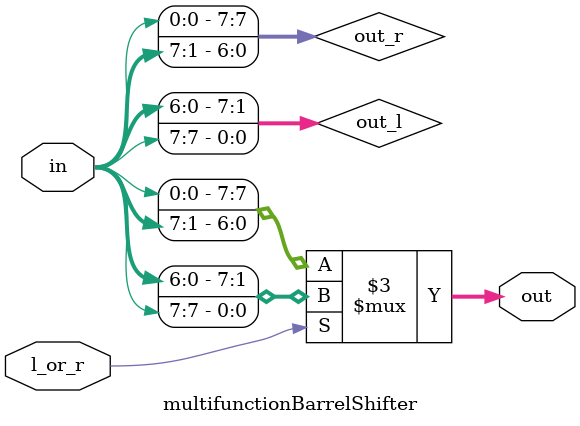
<source format=v>
`timescale 1ns / 1ps

// both iterations work just swap comments on the always blocks and output declaration
module multifunctionBarrelShifter(
    input [7:0] in,
    input l_or_r,
    // output reg [7:0] out
    output [7:0] out
    );

    reg [7:0] out_l, out_r;

    // always@(*) begin
    //     out_l = { in[6:0], in[7] };
    //     out_r = { in[0], in[7:1] };

    //     if(l_or_r) begin
    //         out = out_l;
    //     end
    //     else begin
    //         out = out_r;
    //     end
    // end
       
    always@(*) begin
        out_l = { in[6:0], in[7] };
    end

    always@(*) begin
        out_r = { in[0], in[7:1] };
    end

    assign out = l_or_r ? out_l : out_r;
    
endmodule

</source>
